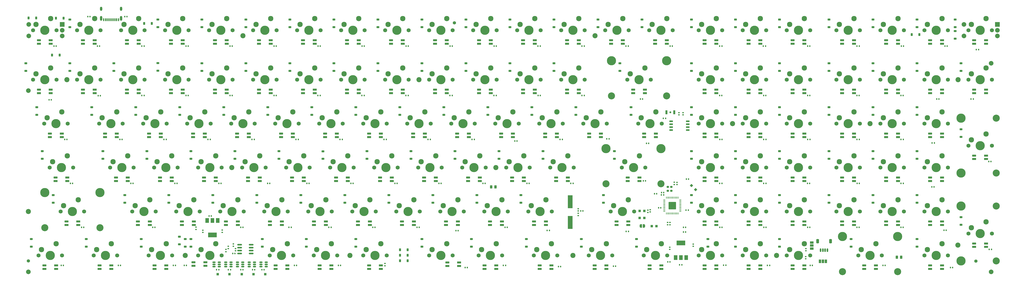
<source format=gbs>
%TF.GenerationSoftware,KiCad,Pcbnew,7.0.2*%
%TF.CreationDate,2023-05-18T15:06:11-05:00*%
%TF.ProjectId,Touch_Keyboard_10x12_Matrix,546f7563-685f-44b6-9579-626f6172645f,rev?*%
%TF.SameCoordinates,Original*%
%TF.FileFunction,Soldermask,Bot*%
%TF.FilePolarity,Negative*%
%FSLAX46Y46*%
G04 Gerber Fmt 4.6, Leading zero omitted, Abs format (unit mm)*
G04 Created by KiCad (PCBNEW 7.0.2) date 2023-05-18 15:06:11*
%MOMM*%
%LPD*%
G01*
G04 APERTURE LIST*
G04 Aperture macros list*
%AMRoundRect*
0 Rectangle with rounded corners*
0 $1 Rounding radius*
0 $2 $3 $4 $5 $6 $7 $8 $9 X,Y pos of 4 corners*
0 Add a 4 corners polygon primitive as box body*
4,1,4,$2,$3,$4,$5,$6,$7,$8,$9,$2,$3,0*
0 Add four circle primitives for the rounded corners*
1,1,$1+$1,$2,$3*
1,1,$1+$1,$4,$5*
1,1,$1+$1,$6,$7*
1,1,$1+$1,$8,$9*
0 Add four rect primitives between the rounded corners*
20,1,$1+$1,$2,$3,$4,$5,0*
20,1,$1+$1,$4,$5,$6,$7,0*
20,1,$1+$1,$6,$7,$8,$9,0*
20,1,$1+$1,$8,$9,$2,$3,0*%
%AMRotRect*
0 Rectangle, with rotation*
0 The origin of the aperture is its center*
0 $1 length*
0 $2 width*
0 $3 Rotation angle, in degrees counterclockwise*
0 Add horizontal line*
21,1,$1,$2,0,0,$3*%
%AMFreePoly0*
4,1,19,0.500000,-0.750000,0.000000,-0.750000,0.000000,-0.744911,-0.071157,-0.744911,-0.207708,-0.704816,-0.327430,-0.627875,-0.420627,-0.520320,-0.479746,-0.390866,-0.500000,-0.250000,-0.500000,0.250000,-0.479746,0.390866,-0.420627,0.520320,-0.327430,0.627875,-0.207708,0.704816,-0.071157,0.744911,0.000000,0.744911,0.000000,0.750000,0.500000,0.750000,0.500000,-0.750000,0.500000,-0.750000,
$1*%
%AMFreePoly1*
4,1,19,0.000000,0.744911,0.071157,0.744911,0.207708,0.704816,0.327430,0.627875,0.420627,0.520320,0.479746,0.390866,0.500000,0.250000,0.500000,-0.250000,0.479746,-0.390866,0.420627,-0.520320,0.327430,-0.627875,0.207708,-0.704816,0.071157,-0.744911,0.000000,-0.744911,0.000000,-0.750000,-0.500000,-0.750000,-0.500000,0.750000,0.000000,0.750000,0.000000,0.744911,0.000000,0.744911,
$1*%
G04 Aperture macros list end*
%ADD10FreePoly0,180.000000*%
%ADD11FreePoly1,180.000000*%
%ADD12R,2.100000X5.600000*%
%ADD13C,1.750000*%
%ADD14C,3.987800*%
%ADD15C,2.300000*%
%ADD16C,3.048000*%
%ADD17R,1.700000X0.820000*%
%ADD18RoundRect,0.205000X0.645000X0.205000X-0.645000X0.205000X-0.645000X-0.205000X0.645000X-0.205000X0*%
%ADD19R,1.000000X1.000000*%
%ADD20RoundRect,0.150000X0.650000X0.150000X-0.650000X0.150000X-0.650000X-0.150000X0.650000X-0.150000X0*%
%ADD21RoundRect,0.140000X0.140000X0.170000X-0.140000X0.170000X-0.140000X-0.170000X0.140000X-0.170000X0*%
%ADD22RoundRect,0.225000X-0.375000X0.225000X-0.375000X-0.225000X0.375000X-0.225000X0.375000X0.225000X0*%
%ADD23C,2.000000*%
%ADD24RoundRect,0.140000X0.170000X-0.140000X0.170000X0.140000X-0.170000X0.140000X-0.170000X-0.140000X0*%
%ADD25RoundRect,0.140000X-0.140000X-0.170000X0.140000X-0.170000X0.140000X0.170000X-0.140000X0.170000X0*%
%ADD26RoundRect,0.150000X0.512500X0.150000X-0.512500X0.150000X-0.512500X-0.150000X0.512500X-0.150000X0*%
%ADD27C,2.200000*%
%ADD28RoundRect,0.225000X0.225000X0.375000X-0.225000X0.375000X-0.225000X-0.375000X0.225000X-0.375000X0*%
%ADD29RoundRect,0.250000X0.262500X0.450000X-0.262500X0.450000X-0.262500X-0.450000X0.262500X-0.450000X0*%
%ADD30RoundRect,0.150000X0.825000X0.150000X-0.825000X0.150000X-0.825000X-0.150000X0.825000X-0.150000X0*%
%ADD31RoundRect,0.140000X-0.170000X0.140000X-0.170000X-0.140000X0.170000X-0.140000X0.170000X0.140000X0*%
%ADD32RoundRect,0.225000X-0.225000X-0.375000X0.225000X-0.375000X0.225000X0.375000X-0.225000X0.375000X0*%
%ADD33RotRect,1.000000X1.000000X225.000000*%
%ADD34R,1.000000X1.500000*%
%ADD35RoundRect,0.200000X-0.275000X0.200000X-0.275000X-0.200000X0.275000X-0.200000X0.275000X0.200000X0*%
%ADD36C,1.400000*%
%ADD37R,2.000000X2.000000*%
%ADD38RoundRect,0.050000X0.387500X0.050000X-0.387500X0.050000X-0.387500X-0.050000X0.387500X-0.050000X0*%
%ADD39RoundRect,0.050000X0.050000X0.387500X-0.050000X0.387500X-0.050000X-0.387500X0.050000X-0.387500X0*%
%ADD40RoundRect,0.144000X1.456000X1.456000X-1.456000X1.456000X-1.456000X-1.456000X1.456000X-1.456000X0*%
%ADD41R,1.500000X2.000000*%
%ADD42R,3.800000X2.000000*%
%ADD43C,0.800000*%
%ADD44R,0.900000X1.700000*%
%ADD45RoundRect,0.225000X0.375000X-0.225000X0.375000X0.225000X-0.375000X0.225000X-0.375000X-0.225000X0*%
%ADD46R,1.500000X1.000000*%
%ADD47RoundRect,0.200000X0.275000X-0.200000X0.275000X0.200000X-0.275000X0.200000X-0.275000X-0.200000X0*%
%ADD48RoundRect,0.150000X-0.150000X-0.625000X0.150000X-0.625000X0.150000X0.625000X-0.150000X0.625000X0*%
%ADD49RoundRect,0.250000X-0.350000X-0.650000X0.350000X-0.650000X0.350000X0.650000X-0.350000X0.650000X0*%
%ADD50R,0.600000X1.150000*%
%ADD51R,0.300000X1.150000*%
%ADD52O,1.000000X2.100000*%
%ADD53O,1.000000X1.800000*%
G04 APERTURE END LIST*
D10*
X358608150Y-131095750D03*
D11*
X357308150Y-131095750D03*
D12*
X326701150Y-129603350D03*
X326701150Y-120603350D03*
D13*
X175209200Y-124841000D03*
D14*
X180289200Y-124841000D03*
D13*
X185369200Y-124841000D03*
D15*
X176479200Y-122301000D03*
X182829200Y-119761000D03*
D13*
X265696700Y-67691000D03*
D14*
X270776700Y-67691000D03*
D13*
X275856700Y-67691000D03*
D15*
X266966700Y-65151000D03*
X273316700Y-62611000D03*
D13*
X401427950Y-124841000D03*
D14*
X406507950Y-124841000D03*
D13*
X411587950Y-124841000D03*
D15*
X402697950Y-122301000D03*
X409047950Y-119761000D03*
D13*
X299034200Y-105791000D03*
D14*
X304114200Y-105791000D03*
D13*
X309194200Y-105791000D03*
D15*
X300304200Y-103251000D03*
X306654200Y-100711000D03*
D13*
X334752950Y-143891000D03*
D14*
X339832950Y-143891000D03*
D13*
X344912950Y-143891000D03*
D15*
X336022950Y-141351000D03*
X342372950Y-138811000D03*
D13*
X401427950Y-86741000D03*
D14*
X406507950Y-86741000D03*
D13*
X411587950Y-86741000D03*
D15*
X402697950Y-84201000D03*
X409047950Y-81661000D03*
D13*
X141871700Y-86741000D03*
D14*
X146951700Y-86741000D03*
D13*
X152031700Y-86741000D03*
D15*
X143141700Y-84201000D03*
X149491700Y-81661000D03*
D13*
X196640450Y-143891000D03*
D14*
X201720450Y-143891000D03*
D13*
X206800450Y-143891000D03*
D15*
X197910450Y-141351000D03*
X204260450Y-138811000D03*
D13*
X96627950Y-143891000D03*
D14*
X101707950Y-143891000D03*
D13*
X106787950Y-143891000D03*
D15*
X97897950Y-141351000D03*
X104247950Y-138811000D03*
D13*
X151396700Y-67691000D03*
D14*
X156476700Y-67691000D03*
D13*
X161556700Y-67691000D03*
D15*
X152666700Y-65151000D03*
X159016700Y-62611000D03*
D13*
X322846700Y-46259750D03*
D14*
X327926700Y-46259750D03*
D13*
X333006700Y-46259750D03*
D15*
X324116700Y-43719750D03*
X330466700Y-41179750D03*
D13*
X260934200Y-105791000D03*
D14*
X266014200Y-105791000D03*
D13*
X271094200Y-105791000D03*
D15*
X262204200Y-103251000D03*
X268554200Y-100711000D03*
D13*
X401427950Y-67691000D03*
D14*
X406507950Y-67691000D03*
D13*
X411587950Y-67691000D03*
D15*
X402697950Y-65151000D03*
X409047950Y-62611000D03*
D13*
X113296700Y-67691000D03*
D14*
X118376700Y-67691000D03*
D13*
X123456700Y-67691000D03*
D15*
X114566700Y-65151000D03*
X120916700Y-62611000D03*
D13*
X284746700Y-46259750D03*
D14*
X289826700Y-46259750D03*
D13*
X294906700Y-46259750D03*
D15*
X286016700Y-43719750D03*
X292366700Y-41179750D03*
D13*
X275221700Y-86741000D03*
D14*
X280301700Y-86741000D03*
D13*
X285381700Y-86741000D03*
D15*
X276491700Y-84201000D03*
X282841700Y-81661000D03*
D13*
X420477950Y-143891000D03*
D14*
X425557950Y-143891000D03*
D13*
X430637950Y-143891000D03*
D15*
X421747950Y-141351000D03*
X428097950Y-138811000D03*
D13*
X132346700Y-46259750D03*
D14*
X137426700Y-46259750D03*
D13*
X142506700Y-46259750D03*
D15*
X133616700Y-43719750D03*
X139966700Y-41179750D03*
D13*
X420477950Y-46259750D03*
D14*
X425557950Y-46259750D03*
D13*
X430637950Y-46259750D03*
D15*
X421747950Y-43719750D03*
X428097950Y-41179750D03*
D13*
X401427950Y-105791000D03*
D14*
X406507950Y-105791000D03*
D13*
X411587950Y-105791000D03*
D15*
X402697950Y-103251000D03*
X409047950Y-100711000D03*
D13*
X480009200Y-67691000D03*
D14*
X485089200Y-67691000D03*
D13*
X490169200Y-67691000D03*
D15*
X481279200Y-65151000D03*
X487629200Y-62611000D03*
D13*
X146634200Y-105791000D03*
D14*
X151714200Y-105791000D03*
D13*
X156794200Y-105791000D03*
D15*
X147904200Y-103251000D03*
X154254200Y-100711000D03*
D13*
X499059200Y-96266000D03*
D14*
X504139200Y-96266000D03*
D13*
X509219200Y-96266000D03*
D15*
X500329200Y-93726000D03*
X506679200Y-91186000D03*
D13*
X113296700Y-46259750D03*
D14*
X118376700Y-46259750D03*
D13*
X123456700Y-46259750D03*
D15*
X114566700Y-43719750D03*
X120916700Y-41179750D03*
D16*
X366026700Y-112776000D03*
D14*
X366026700Y-97536000D03*
D16*
X342214200Y-112776000D03*
D14*
X342214200Y-97536000D03*
D13*
X241884200Y-105791000D03*
D14*
X246964200Y-105791000D03*
D13*
X252044200Y-105791000D03*
D15*
X243154200Y-103251000D03*
X249504200Y-100711000D03*
D13*
X194259200Y-124841000D03*
D14*
X199339200Y-124841000D03*
D13*
X204419200Y-124841000D03*
D15*
X195529200Y-122301000D03*
X201879200Y-119761000D03*
D13*
X341896700Y-46259750D03*
D14*
X346976700Y-46259750D03*
D13*
X352056700Y-46259750D03*
D15*
X343166700Y-43719750D03*
X349516700Y-41179750D03*
D13*
X294271700Y-86741000D03*
D14*
X299351700Y-86741000D03*
D13*
X304431700Y-86741000D03*
D15*
X295541700Y-84201000D03*
X301891700Y-81661000D03*
D13*
X227596700Y-46259750D03*
D14*
X232676700Y-46259750D03*
D13*
X237756700Y-46259750D03*
D15*
X228866700Y-43719750D03*
X235216700Y-41179750D03*
D16*
X123139200Y-131826000D03*
D14*
X123139200Y-116586000D03*
D16*
X99326700Y-131826000D03*
D14*
X99326700Y-116586000D03*
D13*
X382377950Y-46259750D03*
D14*
X387457950Y-46259750D03*
D13*
X392537950Y-46259750D03*
D15*
X383647950Y-43719750D03*
X389997950Y-41179750D03*
D13*
X356184200Y-86741000D03*
D14*
X361264200Y-86741000D03*
D13*
X366344200Y-86741000D03*
D15*
X357454200Y-84201000D03*
X363804200Y-81661000D03*
D13*
X222834200Y-105791000D03*
D14*
X227914200Y-105791000D03*
D13*
X232994200Y-105791000D03*
D15*
X224104200Y-103251000D03*
X230454200Y-100711000D03*
D13*
X165684200Y-105791000D03*
D14*
X170764200Y-105791000D03*
D13*
X175844200Y-105791000D03*
D15*
X166954200Y-103251000D03*
X173304200Y-100711000D03*
D13*
X480009200Y-86741000D03*
D14*
X485089200Y-86741000D03*
D13*
X490169200Y-86741000D03*
D15*
X481279200Y-84201000D03*
X487629200Y-81661000D03*
D13*
X382377950Y-67691000D03*
D14*
X387457950Y-67691000D03*
D13*
X392537950Y-67691000D03*
D15*
X383647950Y-65151000D03*
X389997950Y-62611000D03*
D13*
X382377950Y-143891000D03*
D14*
X387457950Y-143891000D03*
D13*
X392537950Y-143891000D03*
D15*
X383647950Y-141351000D03*
X389997950Y-138811000D03*
D13*
X480009200Y-143891000D03*
D14*
X485089200Y-143891000D03*
D13*
X490169200Y-143891000D03*
D15*
X481279200Y-141351000D03*
X487629200Y-138811000D03*
D13*
X382377950Y-105791000D03*
D14*
X387457950Y-105791000D03*
D13*
X392537950Y-105791000D03*
D15*
X383647950Y-103251000D03*
X389997950Y-100711000D03*
D13*
X480009200Y-124841000D03*
D14*
X485089200Y-124841000D03*
D13*
X490169200Y-124841000D03*
D15*
X481279200Y-122301000D03*
X487629200Y-119761000D03*
D16*
X368420650Y-74676000D03*
D14*
X368420650Y-59436000D03*
D16*
X344608150Y-74676000D03*
D14*
X344608150Y-59436000D03*
D13*
X360946700Y-46259750D03*
D14*
X366026700Y-46259750D03*
D13*
X371106700Y-46259750D03*
D15*
X362216700Y-43719750D03*
X368566700Y-41179750D03*
D13*
X122821700Y-86741000D03*
D14*
X127901700Y-86741000D03*
D13*
X132981700Y-86741000D03*
D15*
X124091700Y-84201000D03*
X130441700Y-81661000D03*
D13*
X170446700Y-67691000D03*
D14*
X175526700Y-67691000D03*
D13*
X180606700Y-67691000D03*
D15*
X171716700Y-65151000D03*
X178066700Y-62611000D03*
D13*
X382377950Y-124841000D03*
D14*
X387457950Y-124841000D03*
D13*
X392537950Y-124841000D03*
D15*
X383647950Y-122301000D03*
X389997950Y-119761000D03*
D13*
X318084200Y-105791000D03*
D14*
X323164200Y-105791000D03*
D13*
X328244200Y-105791000D03*
D15*
X319354200Y-103251000D03*
X325704200Y-100711000D03*
D13*
X322846700Y-67691000D03*
D14*
X327926700Y-67691000D03*
D13*
X333006700Y-67691000D03*
D15*
X324116700Y-65151000D03*
X330466700Y-62611000D03*
D13*
X460959200Y-86741000D03*
D14*
X466039200Y-86741000D03*
D13*
X471119200Y-86741000D03*
D15*
X462229200Y-84201000D03*
X468579200Y-81661000D03*
D13*
X441909200Y-67691000D03*
D14*
X446989200Y-67691000D03*
D13*
X452069200Y-67691000D03*
D15*
X443179200Y-65151000D03*
X449529200Y-62611000D03*
D13*
X218071700Y-86741000D03*
D14*
X223151700Y-86741000D03*
D13*
X228231700Y-86741000D03*
D15*
X219341700Y-84201000D03*
X225691700Y-81661000D03*
D13*
X310940450Y-143891000D03*
D14*
X316020450Y-143891000D03*
D13*
X321100450Y-143891000D03*
D15*
X312210450Y-141351000D03*
X318560450Y-138811000D03*
D13*
X289509200Y-124841000D03*
D14*
X294589200Y-124841000D03*
D13*
X299669200Y-124841000D03*
D15*
X290779200Y-122301000D03*
X297129200Y-119761000D03*
D13*
X170446700Y-46259750D03*
D14*
X175526700Y-46259750D03*
D13*
X180606700Y-46259750D03*
D15*
X171716700Y-43719750D03*
X178066700Y-41179750D03*
D16*
X511124200Y-122459750D03*
D14*
X495884200Y-122459750D03*
D16*
X511124200Y-146272250D03*
D14*
X495884200Y-146272250D03*
D13*
X199021700Y-86741000D03*
D14*
X204101700Y-86741000D03*
D13*
X209181700Y-86741000D03*
D15*
X200291700Y-84201000D03*
X206641700Y-81661000D03*
D13*
X232359200Y-124841000D03*
D14*
X237439200Y-124841000D03*
D13*
X242519200Y-124841000D03*
D15*
X233629200Y-122301000D03*
X239979200Y-119761000D03*
D16*
X511124200Y-84359750D03*
D14*
X495884200Y-84359750D03*
D16*
X511124200Y-108172250D03*
D14*
X495884200Y-108172250D03*
D13*
X308559200Y-124841000D03*
D14*
X313639200Y-124841000D03*
D13*
X318719200Y-124841000D03*
D15*
X309829200Y-122301000D03*
X316179200Y-119761000D03*
D13*
X401427950Y-46259750D03*
D14*
X406507950Y-46259750D03*
D13*
X411587950Y-46259750D03*
D15*
X402697950Y-43719750D03*
X409047950Y-41179750D03*
D13*
X215690450Y-143891000D03*
D14*
X220770450Y-143891000D03*
D13*
X225850450Y-143891000D03*
D15*
X216960450Y-141351000D03*
X223310450Y-138811000D03*
D13*
X344277950Y-124841000D03*
D14*
X349357950Y-124841000D03*
D13*
X354437950Y-124841000D03*
D15*
X345547950Y-122301000D03*
X351897950Y-119761000D03*
D13*
X499059200Y-46259750D03*
D14*
X504139200Y-46259750D03*
D13*
X509219200Y-46259750D03*
D15*
X500329200Y-43719750D03*
X506679200Y-41179750D03*
D16*
X468420450Y-150876000D03*
D14*
X468420450Y-135636000D03*
D16*
X444607950Y-150876000D03*
D14*
X444607950Y-135636000D03*
D13*
X441909200Y-124841000D03*
D14*
X446989200Y-124841000D03*
D13*
X452069200Y-124841000D03*
D15*
X443179200Y-122301000D03*
X449529200Y-119761000D03*
D13*
X160921700Y-86741000D03*
D14*
X166001700Y-86741000D03*
D13*
X171081700Y-86741000D03*
D15*
X162191700Y-84201000D03*
X168541700Y-81661000D03*
D13*
X144252950Y-143891000D03*
D14*
X149332950Y-143891000D03*
D13*
X154412950Y-143891000D03*
D15*
X145522950Y-141351000D03*
X151872950Y-138811000D03*
D13*
X213309200Y-124841000D03*
D14*
X218389200Y-124841000D03*
D13*
X223469200Y-124841000D03*
D15*
X214579200Y-122301000D03*
X220929200Y-119761000D03*
D13*
X165684200Y-143891000D03*
D14*
X170764200Y-143891000D03*
D13*
X175844200Y-143891000D03*
D15*
X166954200Y-141351000D03*
X173304200Y-138811000D03*
D13*
X251409200Y-124841000D03*
D14*
X256489200Y-124841000D03*
D13*
X261569200Y-124841000D03*
D15*
X252679200Y-122301000D03*
X259029200Y-119761000D03*
D13*
X189496700Y-46259750D03*
D14*
X194576700Y-46259750D03*
D13*
X199656700Y-46259750D03*
D15*
X190766700Y-43719750D03*
X197116700Y-41179750D03*
D13*
X441909200Y-86741000D03*
D14*
X446989200Y-86741000D03*
D13*
X452069200Y-86741000D03*
D15*
X443179200Y-84201000D03*
X449529200Y-81661000D03*
D13*
X420477950Y-86741000D03*
D14*
X425557950Y-86741000D03*
D13*
X430637950Y-86741000D03*
D15*
X421747950Y-84201000D03*
X428097950Y-81661000D03*
D13*
X179971700Y-86741000D03*
D14*
X185051700Y-86741000D03*
D13*
X190131700Y-86741000D03*
D15*
X181241700Y-84201000D03*
X187591700Y-81661000D03*
D13*
X237121700Y-143891000D03*
D14*
X242201700Y-143891000D03*
D13*
X247281700Y-143891000D03*
D15*
X238391700Y-141351000D03*
X244741700Y-138811000D03*
D13*
X246646700Y-46259750D03*
D14*
X251726700Y-46259750D03*
D13*
X256806700Y-46259750D03*
D15*
X247916700Y-43719750D03*
X254266700Y-41179750D03*
D13*
X420477950Y-124841000D03*
D14*
X425557950Y-124841000D03*
D13*
X430637950Y-124841000D03*
D15*
X421747950Y-122301000D03*
X428097950Y-119761000D03*
D13*
X203784200Y-105791000D03*
D14*
X208864200Y-105791000D03*
D13*
X213944200Y-105791000D03*
D15*
X205054200Y-103251000D03*
X211404200Y-100711000D03*
D13*
X151396700Y-46259750D03*
D14*
X156476700Y-46259750D03*
D13*
X161556700Y-46259750D03*
D15*
X152666700Y-43719750D03*
X159016700Y-41179750D03*
D13*
X265696700Y-46259750D03*
D14*
X270776700Y-46259750D03*
D13*
X275856700Y-46259750D03*
D15*
X266966700Y-43719750D03*
X273316700Y-41179750D03*
D13*
X499059200Y-134366000D03*
D14*
X504139200Y-134366000D03*
D13*
X509219200Y-134366000D03*
D15*
X500329200Y-131826000D03*
X506679200Y-129286000D03*
D13*
X132346700Y-67691000D03*
D14*
X137426700Y-67691000D03*
D13*
X142506700Y-67691000D03*
D15*
X133616700Y-65151000D03*
X139966700Y-62611000D03*
D13*
X208546700Y-67691000D03*
D14*
X213626700Y-67691000D03*
D13*
X218706700Y-67691000D03*
D15*
X209816700Y-65151000D03*
X216166700Y-62611000D03*
D13*
X287127950Y-143891000D03*
D14*
X292207950Y-143891000D03*
D13*
X297287950Y-143891000D03*
D15*
X288397950Y-141351000D03*
X294747950Y-138811000D03*
D13*
X94240350Y-46259750D03*
D14*
X99320350Y-46259750D03*
D13*
X104400350Y-46259750D03*
D15*
X95510350Y-43719750D03*
X101860350Y-41179750D03*
D13*
X106152950Y-124841000D03*
D14*
X111232950Y-124841000D03*
D13*
X116312950Y-124841000D03*
D15*
X107422950Y-122301000D03*
X113772950Y-119761000D03*
D13*
X94246700Y-67691000D03*
D14*
X99326700Y-67691000D03*
D13*
X104406700Y-67691000D03*
D15*
X95516700Y-65151000D03*
X101866700Y-62611000D03*
D13*
X120440450Y-143891000D03*
D14*
X125520450Y-143891000D03*
D13*
X130600450Y-143891000D03*
D15*
X121710450Y-141351000D03*
X128060450Y-138811000D03*
D13*
X303796700Y-67691000D03*
D14*
X308876700Y-67691000D03*
D13*
X313956700Y-67691000D03*
D15*
X305066700Y-65151000D03*
X311416700Y-62611000D03*
D13*
X451434200Y-143891000D03*
D14*
X456514200Y-143891000D03*
D13*
X461594200Y-143891000D03*
D15*
X452704200Y-141351000D03*
X459054200Y-138811000D03*
D13*
X284746700Y-67691000D03*
D14*
X289826700Y-67691000D03*
D13*
X294906700Y-67691000D03*
D15*
X286016700Y-65151000D03*
X292366700Y-62611000D03*
D13*
X460959200Y-124841000D03*
D14*
X466039200Y-124841000D03*
D13*
X471119200Y-124841000D03*
D15*
X462229200Y-122301000D03*
X468579200Y-119761000D03*
D13*
X246646700Y-67691000D03*
D14*
X251726700Y-67691000D03*
D13*
X256806700Y-67691000D03*
D15*
X247916700Y-65151000D03*
X254266700Y-62611000D03*
D13*
X189496700Y-67691000D03*
D14*
X194576700Y-67691000D03*
D13*
X199656700Y-67691000D03*
D15*
X190766700Y-65151000D03*
X197116700Y-62611000D03*
D13*
X99009200Y-86741000D03*
D14*
X104089200Y-86741000D03*
D13*
X109169200Y-86741000D03*
D15*
X100279200Y-84201000D03*
X106629200Y-81661000D03*
D13*
X460959200Y-105791000D03*
D14*
X466039200Y-105791000D03*
D13*
X471119200Y-105791000D03*
D15*
X462229200Y-103251000D03*
X468579200Y-100711000D03*
D13*
X460959200Y-46259750D03*
D14*
X466039200Y-46259750D03*
D13*
X471119200Y-46259750D03*
D15*
X462229200Y-43719750D03*
X468579200Y-41179750D03*
D13*
X420477950Y-67691000D03*
D14*
X425557950Y-67691000D03*
D13*
X430637950Y-67691000D03*
D15*
X421747950Y-65151000D03*
X428097950Y-62611000D03*
D13*
X460959200Y-67691000D03*
D14*
X466039200Y-67691000D03*
D13*
X471119200Y-67691000D03*
D15*
X462229200Y-65151000D03*
X468579200Y-62611000D03*
D13*
X137109200Y-124841000D03*
D14*
X142189200Y-124841000D03*
D13*
X147269200Y-124841000D03*
D15*
X138379200Y-122301000D03*
X144729200Y-119761000D03*
D13*
X279984200Y-105791000D03*
D14*
X285064200Y-105791000D03*
D13*
X290144200Y-105791000D03*
D15*
X281254200Y-103251000D03*
X287604200Y-100711000D03*
D13*
X208546700Y-46259750D03*
D14*
X213626700Y-46259750D03*
D13*
X218706700Y-46259750D03*
D15*
X209816700Y-43719750D03*
X216166700Y-41179750D03*
D13*
X101390450Y-105791000D03*
D14*
X106470450Y-105791000D03*
D13*
X111550450Y-105791000D03*
D15*
X102660450Y-103251000D03*
X109010450Y-100711000D03*
D13*
X480009200Y-46259750D03*
D14*
X485089200Y-46259750D03*
D13*
X490169200Y-46259750D03*
D15*
X481279200Y-43719750D03*
X487629200Y-41179750D03*
D13*
X332371700Y-86741000D03*
D14*
X337451700Y-86741000D03*
D13*
X342531700Y-86741000D03*
D15*
X333641700Y-84201000D03*
X339991700Y-81661000D03*
D13*
X499059200Y-67691000D03*
D14*
X504139200Y-67691000D03*
D13*
X509219200Y-67691000D03*
D15*
X500329200Y-65151000D03*
X506679200Y-62611000D03*
D13*
X401427950Y-143891000D03*
D14*
X406507950Y-143891000D03*
D13*
X411587950Y-143891000D03*
D15*
X402697950Y-141351000D03*
X409047950Y-138811000D03*
D13*
X127584200Y-105791000D03*
D14*
X132664200Y-105791000D03*
D13*
X137744200Y-105791000D03*
D15*
X128854200Y-103251000D03*
X135204200Y-100711000D03*
D13*
X237121700Y-86741000D03*
D14*
X242201700Y-86741000D03*
D13*
X247281700Y-86741000D03*
D15*
X238391700Y-84201000D03*
X244741700Y-81661000D03*
D13*
X480009200Y-105791000D03*
D14*
X485089200Y-105791000D03*
D13*
X490169200Y-105791000D03*
D15*
X481279200Y-103251000D03*
X487629200Y-100711000D03*
D13*
X441909200Y-46259750D03*
D14*
X446989200Y-46259750D03*
D13*
X452069200Y-46259750D03*
D15*
X443179200Y-43719750D03*
X449529200Y-41179750D03*
D13*
X265696700Y-143891000D03*
D14*
X270776700Y-143891000D03*
D13*
X275856700Y-143891000D03*
D15*
X266966700Y-141351000D03*
X273316700Y-138811000D03*
D13*
X351421700Y-67691000D03*
D14*
X356501700Y-67691000D03*
D13*
X361581700Y-67691000D03*
D15*
X352691700Y-65151000D03*
X359041700Y-62611000D03*
D13*
X256171700Y-86741000D03*
D14*
X261251700Y-86741000D03*
D13*
X266331700Y-86741000D03*
D15*
X257441700Y-84201000D03*
X263791700Y-81661000D03*
D13*
X303796700Y-46259750D03*
D14*
X308876700Y-46259750D03*
D13*
X313956700Y-46259750D03*
D15*
X305066700Y-43719750D03*
X311416700Y-41179750D03*
D13*
X156159200Y-124841000D03*
D14*
X161239200Y-124841000D03*
D13*
X166319200Y-124841000D03*
D15*
X157429200Y-122301000D03*
X163779200Y-119761000D03*
D13*
X349040450Y-105791000D03*
D14*
X354120450Y-105791000D03*
D13*
X359200450Y-105791000D03*
D15*
X350310450Y-103251000D03*
X356660450Y-100711000D03*
D13*
X227596700Y-67691000D03*
D14*
X232676700Y-67691000D03*
D13*
X237756700Y-67691000D03*
D15*
X228866700Y-65151000D03*
X235216700Y-62611000D03*
D13*
X420477950Y-105791000D03*
D14*
X425557950Y-105791000D03*
D13*
X430637950Y-105791000D03*
D15*
X421747950Y-103251000D03*
X428097950Y-100711000D03*
D13*
X441909200Y-105791000D03*
D14*
X446989200Y-105791000D03*
D13*
X452069200Y-105791000D03*
D15*
X443179200Y-103251000D03*
X449529200Y-100711000D03*
D13*
X184734200Y-105791000D03*
D14*
X189814200Y-105791000D03*
D13*
X194894200Y-105791000D03*
D15*
X186004200Y-103251000D03*
X192354200Y-100711000D03*
D13*
X270459200Y-124841000D03*
D14*
X275539200Y-124841000D03*
D13*
X280619200Y-124841000D03*
D15*
X271729200Y-122301000D03*
X278079200Y-119761000D03*
D13*
X313321700Y-86741000D03*
D14*
X318401700Y-86741000D03*
D13*
X323481700Y-86741000D03*
D15*
X314591700Y-84201000D03*
X320941700Y-81661000D03*
D13*
X382377950Y-86741000D03*
D14*
X387457950Y-86741000D03*
D13*
X392537950Y-86741000D03*
D15*
X383647950Y-84201000D03*
X389997950Y-81661000D03*
D13*
X358565450Y-143891000D03*
D14*
X363645450Y-143891000D03*
D13*
X368725450Y-143891000D03*
D15*
X359835450Y-141351000D03*
X366185450Y-138811000D03*
D17*
X216176700Y-52089750D03*
X216176700Y-50589750D03*
D18*
X211076700Y-50589750D03*
D17*
X211076700Y-52089750D03*
D19*
X179248650Y-151989750D03*
D20*
X377595950Y-85756750D03*
X377595950Y-87026750D03*
X377595950Y-88296750D03*
X377595950Y-89566750D03*
X370395950Y-89566750D03*
X370395950Y-88296750D03*
X370395950Y-87026750D03*
X370395950Y-85756750D03*
D21*
X451790950Y-131730750D03*
X450830950Y-131730750D03*
X332791950Y-53117750D03*
X331831950Y-53117750D03*
D22*
X438734200Y-60579000D03*
X438734200Y-63879000D03*
D23*
X92163900Y-151034750D03*
D21*
X430454950Y-53117750D03*
X429494950Y-53117750D03*
D22*
X417322000Y-41612550D03*
X417322000Y-44912550D03*
D24*
X372929150Y-113193750D03*
X372929150Y-112233750D03*
D17*
X428107950Y-73521000D03*
X428107950Y-72021000D03*
D18*
X423007950Y-72021000D03*
D17*
X423007950Y-73521000D03*
D22*
X291096700Y-79629000D03*
X291096700Y-82929000D03*
D17*
X311426700Y-52089750D03*
X311426700Y-50589750D03*
D18*
X306326700Y-50589750D03*
D17*
X306326700Y-52089750D03*
D22*
X193465450Y-136779000D03*
X193465450Y-140079000D03*
D25*
X189210650Y-150084750D03*
X190170650Y-150084750D03*
D17*
X197126700Y-73521000D03*
X197126700Y-72021000D03*
D18*
X192026700Y-72021000D03*
D17*
X192026700Y-73521000D03*
D22*
X305384200Y-117729000D03*
X305384200Y-121029000D03*
D26*
X184958150Y-146848750D03*
X184958150Y-147798750D03*
X184958150Y-148748750D03*
X182683150Y-148748750D03*
X182683150Y-147798750D03*
X182683150Y-146848750D03*
D17*
X201889200Y-130671000D03*
X201889200Y-129171000D03*
D18*
X196789200Y-129171000D03*
D17*
X196789200Y-130671000D03*
D21*
X237569950Y-53117750D03*
X236609950Y-53117750D03*
D17*
X366195450Y-149721000D03*
X366195450Y-148221000D03*
D18*
X361095450Y-148221000D03*
D17*
X361095450Y-149721000D03*
X390007950Y-149721000D03*
X390007950Y-148221000D03*
D18*
X384907950Y-148221000D03*
D17*
X384907950Y-149721000D03*
D22*
X379202950Y-60581000D03*
X379202950Y-63881000D03*
D27*
X337432650Y-48641000D03*
D17*
X506689200Y-140196000D03*
X506689200Y-138696000D03*
D18*
X501589200Y-138696000D03*
D17*
X501589200Y-140196000D03*
D28*
X107421950Y-41027350D03*
X104121950Y-41027350D03*
D17*
X135214200Y-111621000D03*
X135214200Y-110121000D03*
D18*
X130114200Y-110121000D03*
D17*
X130114200Y-111621000D03*
D25*
X178740650Y-150084750D03*
X179700650Y-150084750D03*
D17*
X368576700Y-52089750D03*
X368576700Y-50589750D03*
D18*
X363476700Y-50589750D03*
D17*
X363476700Y-52089750D03*
X301901700Y-92571000D03*
X301901700Y-91071000D03*
D18*
X296801700Y-91071000D03*
D17*
X296801700Y-92571000D03*
D22*
X148240750Y-41612550D03*
X148240750Y-44912550D03*
D21*
X227361750Y-148189950D03*
X226401750Y-148189950D03*
D22*
X300640750Y-41612550D03*
X300640750Y-44912550D03*
D19*
X362007150Y-131222750D03*
D23*
X92163900Y-72453500D03*
D17*
X204270450Y-149721000D03*
X204270450Y-148221000D03*
D18*
X199170450Y-148221000D03*
D17*
X199170450Y-149721000D03*
D22*
X214896700Y-79629000D03*
X214896700Y-82929000D03*
D17*
X297139200Y-130671000D03*
X297139200Y-129171000D03*
D18*
X292039200Y-129171000D03*
D17*
X292039200Y-130671000D03*
X468589200Y-92571000D03*
X468589200Y-91071000D03*
D18*
X463489200Y-91071000D03*
D17*
X463489200Y-92571000D03*
D21*
X392410950Y-131730750D03*
X391450950Y-131730750D03*
D22*
X224421700Y-60579000D03*
X224421700Y-63879000D03*
D29*
X294339650Y-114204750D03*
X292514650Y-114204750D03*
D25*
X375751150Y-131730750D03*
X376711150Y-131730750D03*
D17*
X356670450Y-111621000D03*
X356670450Y-110121000D03*
D18*
X351570450Y-110121000D03*
D17*
X351570450Y-111621000D03*
D26*
X174798150Y-146848750D03*
X174798150Y-147798750D03*
X174798150Y-148748750D03*
X172523150Y-148748750D03*
X172523150Y-147798750D03*
X172523150Y-146848750D03*
D21*
X430355950Y-112680750D03*
X429395950Y-112680750D03*
X161369950Y-53117750D03*
X160409950Y-53117750D03*
D22*
X398252950Y-136779000D03*
X398252950Y-140079000D03*
D17*
X230464200Y-111621000D03*
X230464200Y-110121000D03*
D18*
X225364200Y-110121000D03*
D17*
X225364200Y-111621000D03*
X168551700Y-92571000D03*
X168551700Y-91071000D03*
D18*
X163451700Y-91071000D03*
D17*
X163451700Y-92571000D03*
X206651700Y-92571000D03*
X206651700Y-91071000D03*
D18*
X201551700Y-91071000D03*
D17*
X201551700Y-92571000D03*
D22*
X148221700Y-60522000D03*
X148221700Y-63822000D03*
D21*
X392382950Y-112680750D03*
X391422950Y-112680750D03*
D17*
X159026700Y-52089750D03*
X159026700Y-50589750D03*
D18*
X153926700Y-50589750D03*
D17*
X153926700Y-52089750D03*
D22*
X262521700Y-136779000D03*
X262521700Y-140079000D03*
D17*
X187601700Y-92571000D03*
X187601700Y-91071000D03*
D18*
X182501700Y-91071000D03*
D17*
X182501700Y-92571000D03*
X197126700Y-52089750D03*
X197126700Y-50589750D03*
D18*
X192026700Y-50589750D03*
D17*
X192026700Y-52089750D03*
X139976700Y-73521000D03*
X139976700Y-72021000D03*
D18*
X134876700Y-72021000D03*
D17*
X134876700Y-73521000D03*
D30*
X188613650Y-139251750D03*
X188613650Y-140521750D03*
X188613650Y-141791750D03*
X188613650Y-143061750D03*
X183663650Y-143061750D03*
X183663650Y-141791750D03*
X183663650Y-140521750D03*
X183663650Y-139251750D03*
D23*
X508882650Y-60547250D03*
D22*
X229184200Y-117729000D03*
X229184200Y-121029000D03*
D31*
X428732950Y-140930150D03*
X428732950Y-141890150D03*
D22*
X93452950Y-136779000D03*
X93452950Y-140079000D03*
D21*
X470840950Y-131730750D03*
X469880950Y-131730750D03*
D17*
X449539200Y-92571000D03*
X449539200Y-91071000D03*
D18*
X444439200Y-91071000D03*
D17*
X444439200Y-92571000D03*
D22*
X398272000Y-41612550D03*
X398272000Y-44912550D03*
X141077950Y-136779000D03*
X141077950Y-140079000D03*
X172034200Y-117729000D03*
X172034200Y-121029000D03*
D27*
X494569750Y-139426950D03*
D32*
X474555550Y-48088550D03*
X477855550Y-48088550D03*
D17*
X273326700Y-73521000D03*
X273326700Y-72021000D03*
D18*
X268226700Y-72021000D03*
D17*
X268226700Y-73521000D03*
D22*
X262540750Y-41593550D03*
X262540750Y-44893550D03*
D19*
X184582650Y-151989750D03*
D22*
X495884200Y-89154000D03*
X495884200Y-92454000D03*
X476834200Y-79617000D03*
X476834200Y-82917000D03*
D28*
X256342150Y-143795750D03*
X253042150Y-143795750D03*
D22*
X348246700Y-60579000D03*
X348246700Y-63879000D03*
D17*
X459064200Y-149721000D03*
X459064200Y-148221000D03*
D18*
X453964200Y-148221000D03*
D17*
X453964200Y-149721000D03*
D21*
X196675950Y-112680750D03*
X195715950Y-112680750D03*
D33*
X380980950Y-115347750D03*
D21*
X156543950Y-112680750D03*
X155583950Y-112680750D03*
D17*
X294757950Y-149721000D03*
X294757950Y-148221000D03*
D18*
X289657950Y-148221000D03*
D17*
X289657950Y-149721000D03*
X113782950Y-130671000D03*
X113782950Y-129171000D03*
D18*
X108682950Y-129171000D03*
D17*
X108682950Y-130671000D03*
X220939200Y-130671000D03*
X220939200Y-129171000D03*
D18*
X215839200Y-129171000D03*
D17*
X215839200Y-130671000D03*
D27*
X294570150Y-105791000D03*
D19*
X356800150Y-127666750D03*
D22*
X495884200Y-127254000D03*
X495884200Y-130554000D03*
D31*
X178710650Y-139942750D03*
X178710650Y-140902750D03*
D21*
X108890950Y-93630750D03*
X107930950Y-93630750D03*
D17*
X263801700Y-92571000D03*
X263801700Y-91071000D03*
D18*
X258701700Y-91071000D03*
D17*
X258701700Y-92571000D03*
D22*
X438753250Y-41612550D03*
X438753250Y-44912550D03*
D21*
X411460950Y-131730750D03*
X410500950Y-131730750D03*
D25*
X375751150Y-133762750D03*
X376711150Y-133762750D03*
D21*
X142291950Y-53117750D03*
X141331950Y-53117750D03*
D27*
X456495150Y-86741000D03*
D17*
X182839200Y-130671000D03*
X182839200Y-129171000D03*
D18*
X177739200Y-129171000D03*
D17*
X177739200Y-130671000D03*
D21*
X228044950Y-93630750D03*
X227084950Y-93630750D03*
D22*
X152984200Y-117729000D03*
X152984200Y-121029000D03*
X129171700Y-60579000D03*
X129171700Y-63879000D03*
D21*
X508841950Y-103155750D03*
X507881950Y-103155750D03*
D17*
X468589200Y-130671000D03*
X468589200Y-129171000D03*
D18*
X463489200Y-129171000D03*
D17*
X463489200Y-130671000D03*
D22*
X210134200Y-117729000D03*
X210134200Y-121029000D03*
D34*
X434798950Y-146462750D03*
X436098950Y-146462750D03*
X437398950Y-146462750D03*
D22*
X286334200Y-117729000D03*
X286334200Y-121029000D03*
D21*
X170894950Y-93630750D03*
X169934950Y-93630750D03*
X107341550Y-148210900D03*
X106381550Y-148210900D03*
D25*
X350958150Y-133432550D03*
X351918150Y-133432550D03*
D21*
X111331950Y-112680750D03*
X110371950Y-112680750D03*
X332210350Y-124618750D03*
X331250350Y-124618750D03*
X289893950Y-112680750D03*
X288933950Y-112680750D03*
X411432950Y-112680750D03*
X410472950Y-112680750D03*
D17*
X390007950Y-111621000D03*
X390007950Y-110121000D03*
D18*
X384907950Y-110121000D03*
D17*
X384907950Y-111621000D03*
D26*
X190038150Y-146848750D03*
X190038150Y-147798750D03*
X190038150Y-148748750D03*
X187763150Y-148748750D03*
X187763150Y-147798750D03*
X187763150Y-146848750D03*
D17*
X316189200Y-130671000D03*
X316189200Y-129171000D03*
D18*
X311089200Y-129171000D03*
D17*
X311089200Y-130671000D03*
X168783950Y-148343750D03*
X168783950Y-146843750D03*
D18*
X163683950Y-146843750D03*
D17*
X163683950Y-148343750D03*
D22*
X398252950Y-79629000D03*
X398252950Y-82929000D03*
D21*
X430454950Y-74580750D03*
X429494950Y-74580750D03*
D27*
X231425750Y-143891000D03*
D31*
X181885650Y-140930750D03*
X181885650Y-141890750D03*
D35*
X368992150Y-114204750D03*
X368992150Y-115854750D03*
D22*
X457784200Y-98679000D03*
X457784200Y-101979000D03*
D17*
X178076700Y-52089750D03*
X178076700Y-50589750D03*
D18*
X172976700Y-50589750D03*
D17*
X172976700Y-52089750D03*
D22*
X160077150Y-136811750D03*
X160077150Y-140111750D03*
D25*
X359751750Y-95307150D03*
X360711750Y-95307150D03*
D22*
X248234200Y-117729000D03*
X248234200Y-121029000D03*
X233946700Y-136779000D03*
X233946700Y-140079000D03*
D21*
X470868950Y-112680750D03*
X469908950Y-112680750D03*
D17*
X340001700Y-92571000D03*
X340001700Y-91071000D03*
D18*
X334901700Y-91071000D03*
D17*
X334901700Y-92571000D03*
D21*
X358064950Y-76104750D03*
X357104950Y-76104750D03*
D22*
X476853250Y-41612550D03*
X476853250Y-44912550D03*
D28*
X145647950Y-43313350D03*
X142347950Y-43313350D03*
D17*
X278089200Y-130671000D03*
X278089200Y-129171000D03*
D18*
X272989200Y-129171000D03*
D17*
X272989200Y-130671000D03*
D22*
X314909200Y-98679000D03*
X314909200Y-101979000D03*
D21*
X218519950Y-53117750D03*
X217559950Y-53117750D03*
D17*
X216176700Y-73521000D03*
X216176700Y-72021000D03*
D18*
X211076700Y-72021000D03*
D17*
X211076700Y-73521000D03*
D24*
X360356150Y-125225750D03*
X360356150Y-124265750D03*
D22*
X281590750Y-41586550D03*
X281590750Y-44886550D03*
D17*
X449539200Y-111621000D03*
X449539200Y-110121000D03*
D18*
X444439200Y-110121000D03*
D17*
X444439200Y-111621000D03*
D22*
X186340750Y-41612550D03*
X186340750Y-44912550D03*
X457784200Y-79624000D03*
X457784200Y-82924000D03*
D21*
X155886150Y-148240750D03*
X154926150Y-148240750D03*
X118901150Y-40316150D03*
X117941150Y-40316150D03*
D22*
X281571700Y-60600000D03*
X281571700Y-63900000D03*
D21*
X123374150Y-74656950D03*
X122414150Y-74656950D03*
X146990950Y-131730750D03*
X146030950Y-131730750D03*
D22*
X476802450Y-117697250D03*
X476802450Y-120997250D03*
D17*
X244751700Y-92571000D03*
X244751700Y-91071000D03*
D18*
X239651700Y-91071000D03*
D17*
X239651700Y-92571000D03*
X359051700Y-73521000D03*
X359051700Y-72021000D03*
D18*
X353951700Y-72021000D03*
D17*
X353951700Y-73521000D03*
X428107950Y-111621000D03*
X428107950Y-110121000D03*
D18*
X423007950Y-110121000D03*
D17*
X423007950Y-111621000D03*
D22*
X398252950Y-60579000D03*
X398252950Y-63879000D03*
D17*
X223320450Y-149721000D03*
X223320450Y-148221000D03*
D18*
X218220450Y-148221000D03*
D17*
X218220450Y-149721000D03*
X109020450Y-111621000D03*
X109020450Y-110121000D03*
D18*
X103920450Y-110121000D03*
D17*
X103920450Y-111621000D03*
D19*
X358832150Y-124618750D03*
D22*
X224440750Y-41612550D03*
X224440750Y-44912550D03*
D17*
X449539200Y-130671000D03*
X449539200Y-129171000D03*
D18*
X444439200Y-129171000D03*
D17*
X444439200Y-130671000D03*
D21*
X237541950Y-74580750D03*
X236581950Y-74580750D03*
X256591950Y-74580750D03*
X255631950Y-74580750D03*
D17*
X325714200Y-111621000D03*
X325714200Y-110121000D03*
D18*
X320614200Y-110121000D03*
D17*
X320614200Y-111621000D03*
X506689200Y-73521000D03*
X506689200Y-72021000D03*
D18*
X501589200Y-72021000D03*
D17*
X501589200Y-73521000D03*
D21*
X489484550Y-133000750D03*
X488524550Y-133000750D03*
X199469950Y-53117750D03*
X198509950Y-53117750D03*
X247094950Y-93630750D03*
X246134950Y-93630750D03*
X282220550Y-149104350D03*
X281260550Y-149104350D03*
D17*
X506689200Y-52089750D03*
X506689200Y-50589750D03*
D18*
X501589200Y-50589750D03*
D17*
X501589200Y-52089750D03*
D21*
X501193950Y-76104750D03*
X500233950Y-76104750D03*
D36*
X276637750Y-43059350D03*
D22*
X319690750Y-41612550D03*
X319690750Y-44912550D03*
X143459200Y-98679000D03*
X143459200Y-101979000D03*
D21*
X367158150Y-117633750D03*
X366198150Y-117633750D03*
D17*
X390007950Y-130671000D03*
X390007950Y-129171000D03*
D18*
X384907950Y-129171000D03*
D17*
X384907950Y-130671000D03*
D22*
X300621700Y-60593000D03*
X300621700Y-63893000D03*
X243490750Y-41612550D03*
X243490750Y-44912550D03*
D21*
X175593950Y-112680750D03*
X174633950Y-112680750D03*
X313741950Y-53117750D03*
X312781950Y-53117750D03*
D17*
X101876700Y-52089750D03*
X101876700Y-50589750D03*
D18*
X96776700Y-50589750D03*
D17*
X96776700Y-52089750D03*
D19*
X194742650Y-151989750D03*
D17*
X487639200Y-52089750D03*
X487639200Y-50589750D03*
D18*
X482539200Y-50589750D03*
D17*
X482539200Y-52089750D03*
D22*
X238709200Y-98679000D03*
X238709200Y-101979000D03*
X295859200Y-98679000D03*
X295859200Y-101979000D03*
D21*
X367998950Y-84486750D03*
X367038950Y-84486750D03*
X199469950Y-74580750D03*
X198509950Y-74580750D03*
X484203950Y-114204750D03*
X483243950Y-114204750D03*
D24*
X167697150Y-133889750D03*
X167697150Y-132929750D03*
D22*
X341102950Y-117729000D03*
X341102950Y-121029000D03*
X310146700Y-79629000D03*
X310146700Y-82929000D03*
X200609200Y-98679000D03*
X200609200Y-101979000D03*
X438702450Y-117729000D03*
X438702450Y-121029000D03*
D17*
X128070450Y-149721000D03*
X128070450Y-148221000D03*
D18*
X122970450Y-148221000D03*
D17*
X122970450Y-149721000D03*
D19*
X364039150Y-131222750D03*
D22*
X379202950Y-79629000D03*
X379202950Y-82929000D03*
D21*
X275669950Y-53117750D03*
X274709950Y-53117750D03*
D22*
X319671700Y-60579000D03*
X319671700Y-63879000D03*
D17*
X390007950Y-73521000D03*
X390007950Y-72021000D03*
D18*
X384907950Y-72021000D03*
D17*
X384907950Y-73521000D03*
D21*
X189944950Y-93630750D03*
X188984950Y-93630750D03*
D22*
X457784200Y-117729000D03*
X457784200Y-121029000D03*
D17*
X428107950Y-92571000D03*
X428107950Y-91071000D03*
D18*
X423007950Y-91071000D03*
D17*
X423007950Y-92571000D03*
D22*
X495884200Y-60579000D03*
X495884200Y-63879000D03*
D28*
X95609950Y-40925750D03*
X92309950Y-40925750D03*
D37*
X106826700Y-43759750D03*
D23*
X106826700Y-48759750D03*
X106826700Y-46259750D03*
X92326700Y-48759750D03*
X92326700Y-43759750D03*
D22*
X379202950Y-117760750D03*
X379202950Y-121060750D03*
D24*
X180905150Y-139886750D03*
X180905150Y-138926750D03*
D21*
X323294950Y-93630750D03*
X322334950Y-93630750D03*
X151844950Y-93630750D03*
X150884950Y-93630750D03*
X509067950Y-141255750D03*
X508107950Y-141255750D03*
D23*
X508882650Y-151034750D03*
D31*
X428631350Y-144357150D03*
X428631350Y-145317150D03*
D17*
X173314200Y-111621000D03*
X173314200Y-110121000D03*
D18*
X168214200Y-110121000D03*
D17*
X168214200Y-111621000D03*
D21*
X430482950Y-93630750D03*
X429522950Y-93630750D03*
D17*
X239989200Y-130671000D03*
X239989200Y-129171000D03*
D18*
X234889200Y-129171000D03*
D17*
X234889200Y-130671000D03*
D21*
X484330950Y-95154750D03*
X483370950Y-95154750D03*
D17*
X487639200Y-149721000D03*
X487639200Y-148221000D03*
D18*
X482539200Y-148221000D03*
D17*
X482539200Y-149721000D03*
D27*
X180270150Y-105791000D03*
D22*
X110121700Y-60579000D03*
X110121700Y-63879000D03*
D17*
X342382950Y-149721000D03*
X342382950Y-148221000D03*
D18*
X337282950Y-148221000D03*
D17*
X337282950Y-149721000D03*
D21*
X313769950Y-74580750D03*
X312809950Y-74580750D03*
D38*
X374354451Y-119665750D03*
X374354451Y-120065750D03*
X374354451Y-120465750D03*
X374354451Y-120865750D03*
X374354451Y-121265750D03*
X374354451Y-121665750D03*
X374354451Y-122065750D03*
X374354451Y-122465750D03*
X374354451Y-122865750D03*
X374354451Y-123265750D03*
X374354451Y-123665750D03*
X374354451Y-124065750D03*
X374354451Y-124465750D03*
X374354451Y-124865750D03*
D39*
X373516951Y-125703250D03*
X373116951Y-125703250D03*
X372716951Y-125703250D03*
X372316951Y-125703250D03*
X371916951Y-125703250D03*
X371516951Y-125703250D03*
X371116951Y-125703250D03*
X370716951Y-125703250D03*
X370316951Y-125703250D03*
X369916951Y-125703250D03*
X369516951Y-125703250D03*
X369116951Y-125703250D03*
X368716951Y-125703250D03*
X368316951Y-125703250D03*
D38*
X367479451Y-124865750D03*
X367479451Y-124465750D03*
X367479451Y-124065750D03*
X367479451Y-123665750D03*
X367479451Y-123265750D03*
X367479451Y-122865750D03*
X367479451Y-122465750D03*
X367479451Y-122065750D03*
X367479451Y-121665750D03*
X367479451Y-121265750D03*
X367479451Y-120865750D03*
X367479451Y-120465750D03*
X367479451Y-120065750D03*
X367479451Y-119665750D03*
D39*
X368316951Y-118828250D03*
X368716951Y-118828250D03*
X369116951Y-118828250D03*
X369516951Y-118828250D03*
X369916951Y-118828250D03*
X370316951Y-118828250D03*
X370716951Y-118828250D03*
X371116951Y-118828250D03*
X371516951Y-118828250D03*
X371916951Y-118828250D03*
X372316951Y-118828250D03*
X372716951Y-118828250D03*
X373116951Y-118828250D03*
X373516951Y-118828250D03*
D40*
X370916951Y-122265750D03*
D24*
X371786150Y-113132750D03*
X371786150Y-112172750D03*
D22*
X119646700Y-79629000D03*
X119646700Y-82929000D03*
D25*
X374088450Y-147986750D03*
X375048450Y-147986750D03*
D21*
X413058550Y-148189950D03*
X412098550Y-148189950D03*
X294719950Y-53117750D03*
X293759950Y-53117750D03*
D31*
X246564150Y-147379750D03*
X246564150Y-148339750D03*
D17*
X351907950Y-130671000D03*
X351907950Y-129171000D03*
D18*
X346807950Y-129171000D03*
D17*
X346807950Y-130671000D03*
D21*
X161369950Y-74580750D03*
X160409950Y-74580750D03*
D24*
X164776150Y-132591750D03*
X164776150Y-131631750D03*
D21*
X346380950Y-148520150D03*
X345420950Y-148520150D03*
D17*
X330476700Y-52089750D03*
X330476700Y-50589750D03*
D18*
X325376700Y-50589750D03*
D17*
X325376700Y-52089750D03*
X104257950Y-149721000D03*
X104257950Y-148221000D03*
D18*
X99157950Y-148221000D03*
D17*
X99157950Y-149721000D03*
X487639200Y-92571000D03*
X487639200Y-91071000D03*
D18*
X482539200Y-91071000D03*
D17*
X482539200Y-92571000D03*
D21*
X451790950Y-74580750D03*
X450830950Y-74580750D03*
D17*
X154264200Y-111621000D03*
X154264200Y-110121000D03*
D18*
X149164200Y-110121000D03*
D17*
X149164200Y-111621000D03*
X273307650Y-52089750D03*
X273307650Y-50589750D03*
D18*
X268207650Y-50589750D03*
D17*
X268207650Y-52089750D03*
D31*
X177694650Y-141283750D03*
X177694650Y-142243750D03*
D22*
X417302950Y-98679000D03*
X417302950Y-101979000D03*
D21*
X261346950Y-131730750D03*
X260386950Y-131730750D03*
X343536150Y-93376750D03*
X342576150Y-93376750D03*
D19*
X174168650Y-151989750D03*
D22*
X283952950Y-136779000D03*
X283952950Y-140079000D03*
D21*
X180419950Y-74580750D03*
X179459950Y-74580750D03*
D17*
X120926700Y-52089750D03*
X120926700Y-50589750D03*
D18*
X115826700Y-50589750D03*
D17*
X115826700Y-52089750D03*
D21*
X451818950Y-53117750D03*
X450858950Y-53117750D03*
D22*
X252996700Y-79629000D03*
X252996700Y-82929000D03*
D17*
X409057950Y-149721000D03*
X409057950Y-148221000D03*
D18*
X403957950Y-148221000D03*
D17*
X403957950Y-149721000D03*
D21*
X298758550Y-148189950D03*
X297798550Y-148189950D03*
X430454950Y-131730750D03*
X429494950Y-131730750D03*
X223218950Y-131730750D03*
X222258950Y-131730750D03*
D17*
X120926700Y-73521000D03*
X120926700Y-72021000D03*
D18*
X115826700Y-72021000D03*
D17*
X115826700Y-73521000D03*
X139976700Y-52089750D03*
X139976700Y-50589750D03*
D18*
X134876700Y-50589750D03*
D17*
X134876700Y-52089750D03*
X487639200Y-111621000D03*
X487639200Y-110121000D03*
D18*
X482539200Y-110121000D03*
D17*
X482539200Y-111621000D03*
X259039200Y-130671000D03*
X259039200Y-129171000D03*
D18*
X253939200Y-129171000D03*
D17*
X253939200Y-130671000D03*
D21*
X322560950Y-148697950D03*
X321600950Y-148697950D03*
D22*
X195846700Y-79629000D03*
X195846700Y-82929000D03*
D19*
X189662650Y-151989750D03*
D21*
X359340150Y-111537750D03*
X358380150Y-111537750D03*
D17*
X192364200Y-111621000D03*
X192364200Y-110121000D03*
D18*
X187264200Y-110121000D03*
D17*
X187264200Y-111621000D03*
D22*
X176796700Y-79629000D03*
X176796700Y-82929000D03*
D21*
X308943950Y-112680750D03*
X307983950Y-112680750D03*
D25*
X393127350Y-148113750D03*
X394087350Y-148113750D03*
D21*
X278209950Y-133127750D03*
X277249950Y-133127750D03*
X332791950Y-74580750D03*
X331831950Y-74580750D03*
X213693950Y-112680750D03*
X212733950Y-112680750D03*
D22*
X95834200Y-79629000D03*
X95834200Y-82929000D03*
D17*
X106639200Y-92571000D03*
X106639200Y-91071000D03*
D18*
X101539200Y-91071000D03*
D17*
X101539200Y-92571000D03*
D21*
X142291950Y-74580750D03*
X141331950Y-74580750D03*
D17*
X468589200Y-52089750D03*
X468589200Y-50589750D03*
D18*
X463489200Y-50589750D03*
D17*
X463489200Y-52089750D03*
D22*
X417302950Y-117729000D03*
X417302950Y-121029000D03*
D21*
X270871950Y-112680750D03*
X269911950Y-112680750D03*
D25*
X133892350Y-40316150D03*
X134852350Y-40316150D03*
D22*
X417302950Y-79629000D03*
X417302950Y-82929000D03*
D17*
X254276700Y-73521000D03*
X254276700Y-72021000D03*
D18*
X249176700Y-72021000D03*
D17*
X249176700Y-73521000D03*
D22*
X331577950Y-136779000D03*
X331577950Y-140079000D03*
X417302950Y-60567000D03*
X417302950Y-63867000D03*
D27*
X108832650Y-67691000D03*
D25*
X173660650Y-150084750D03*
X174620650Y-150084750D03*
D22*
X162509200Y-136779000D03*
X162509200Y-140079000D03*
X133934200Y-117729000D03*
X133934200Y-121029000D03*
D31*
X368865150Y-129599750D03*
X368865150Y-130559750D03*
D41*
X376930950Y-144786750D03*
X374630950Y-144786750D03*
D42*
X374630950Y-138486750D03*
D41*
X372330950Y-144786750D03*
D43*
X370058950Y-81819750D03*
D44*
X371758950Y-81819750D03*
X368358950Y-81819750D03*
D21*
X102111750Y-76434950D03*
X101151750Y-76434950D03*
D22*
X110140750Y-41612550D03*
X110140750Y-44912550D03*
D21*
X411277950Y-53117750D03*
X410317950Y-53117750D03*
D22*
X262521700Y-60607000D03*
X262521700Y-63907000D03*
D21*
X251793950Y-112680750D03*
X250833950Y-112680750D03*
X232743950Y-112680750D03*
X231783950Y-112680750D03*
X470840950Y-74580750D03*
X469880950Y-74580750D03*
D22*
X386314950Y-136811750D03*
X386314950Y-140111750D03*
D27*
X261232650Y-67691000D03*
D22*
X457803250Y-41612550D03*
X457803250Y-44912550D03*
X91071700Y-60579000D03*
X91071700Y-63879000D03*
D17*
X468589200Y-73521000D03*
X468589200Y-72021000D03*
D18*
X463489200Y-72021000D03*
D17*
X463489200Y-73521000D03*
X211414200Y-111621000D03*
X211414200Y-110121000D03*
D18*
X206314200Y-110121000D03*
D17*
X206314200Y-111621000D03*
D22*
X398252950Y-98679000D03*
X398252950Y-101979000D03*
D17*
X278638950Y-148470750D03*
X278638950Y-146970750D03*
D18*
X273538950Y-146970750D03*
D17*
X273538950Y-148470750D03*
D41*
X169588150Y-128707750D03*
X171888150Y-128707750D03*
D42*
X171888150Y-135007750D03*
D41*
X174188150Y-128707750D03*
D21*
X299446950Y-131730750D03*
X298486950Y-131730750D03*
X365944150Y-123221750D03*
X364984150Y-123221750D03*
D24*
X176079150Y-133861750D03*
X176079150Y-132901750D03*
D17*
X449539200Y-52089750D03*
X449539200Y-50589750D03*
D18*
X444439200Y-50589750D03*
D17*
X444439200Y-52089750D03*
X409057950Y-92571000D03*
X409057950Y-91071000D03*
D18*
X403957950Y-91071000D03*
D17*
X403957950Y-92571000D03*
D22*
X493375950Y-41613550D03*
X493375950Y-44913550D03*
X379202950Y-98679000D03*
X379202950Y-101979000D03*
D21*
X470995950Y-53117750D03*
X470035950Y-53117750D03*
X463068550Y-148189950D03*
X462108550Y-148189950D03*
D25*
X159673350Y-148240750D03*
X160633350Y-148240750D03*
D27*
X396982950Y-86741000D03*
D21*
X327965950Y-112680750D03*
X327005950Y-112680750D03*
D27*
X92163900Y-124841000D03*
D22*
X379222000Y-41612550D03*
X379222000Y-44912550D03*
D21*
X392354950Y-74580750D03*
X391394950Y-74580750D03*
D22*
X438734200Y-98679000D03*
X438734200Y-101979000D03*
D17*
X235226700Y-52089750D03*
X235226700Y-50589750D03*
D18*
X230126700Y-50589750D03*
D17*
X230126700Y-52089750D03*
X409057950Y-111621000D03*
X409057950Y-110121000D03*
D18*
X403957950Y-110121000D03*
D17*
X403957950Y-111621000D03*
D21*
X451818950Y-93630750D03*
X450858950Y-93630750D03*
D31*
X361372150Y-124039750D03*
X361372150Y-124999750D03*
D21*
X351841950Y-53117750D03*
X350881950Y-53117750D03*
X208994950Y-93630750D03*
X208034950Y-93630750D03*
X470868950Y-93630750D03*
X469908950Y-93630750D03*
D17*
X244751700Y-149721000D03*
X244751700Y-148221000D03*
D18*
X239651700Y-148221000D03*
D17*
X239651700Y-149721000D03*
D36*
X502291350Y-146335750D03*
D32*
X102420150Y-57003950D03*
X105720150Y-57003950D03*
D17*
X487639200Y-73521000D03*
X487639200Y-72021000D03*
D18*
X482539200Y-72021000D03*
D17*
X482539200Y-73521000D03*
D21*
X132766950Y-93630750D03*
X131806950Y-93630750D03*
X180419950Y-53117750D03*
X179459950Y-53117750D03*
D22*
X167271700Y-60579000D03*
X167271700Y-63879000D03*
X233946700Y-79629000D03*
X233946700Y-82929000D03*
D21*
X489890950Y-53117750D03*
X488930950Y-53117750D03*
X503479950Y-54641750D03*
X502519950Y-54641750D03*
D17*
X149501700Y-92571000D03*
X149501700Y-91071000D03*
D18*
X144401700Y-91071000D03*
D17*
X144401700Y-92571000D03*
D21*
X367186150Y-116617750D03*
X366226150Y-116617750D03*
D27*
X494620550Y-67691000D03*
D21*
X205946950Y-131730750D03*
X204986950Y-131730750D03*
D22*
X157746700Y-79629000D03*
X157746700Y-82929000D03*
D24*
X330206350Y-124618750D03*
X330206350Y-123658750D03*
D31*
X369855750Y-140303350D03*
X369855750Y-141263350D03*
D22*
X124409200Y-98679000D03*
X124409200Y-101979000D03*
D31*
X330206350Y-125613250D03*
X330206350Y-126573250D03*
D22*
X117278150Y-136785350D03*
X117278150Y-140085350D03*
D17*
X363814200Y-92571000D03*
X363814200Y-91071000D03*
D18*
X358714200Y-91071000D03*
D17*
X358714200Y-92571000D03*
D45*
X493375950Y-49890950D03*
X493375950Y-46590950D03*
D21*
X317729750Y-133051550D03*
X316769750Y-133051550D03*
D25*
X376866150Y-124237750D03*
X377826150Y-124237750D03*
D46*
X431298350Y-140900150D03*
X431298350Y-139600150D03*
X431298350Y-138300150D03*
D22*
X438734200Y-79629000D03*
X438734200Y-82929000D03*
D25*
X184130650Y-150084750D03*
X185090650Y-150084750D03*
D21*
X218491950Y-74580750D03*
X217531950Y-74580750D03*
D17*
X225701700Y-92571000D03*
X225701700Y-91071000D03*
D18*
X220601700Y-91071000D03*
D17*
X220601700Y-92571000D03*
D22*
X191084200Y-117729000D03*
X191084200Y-121029000D03*
D21*
X194234650Y-150084750D03*
X193274650Y-150084750D03*
X451846950Y-112680750D03*
X450886950Y-112680750D03*
D36*
X92163900Y-146272250D03*
D22*
X276809200Y-98679000D03*
X276809200Y-101979000D03*
D47*
X370516150Y-115854750D03*
X370516150Y-114204750D03*
D22*
X98215450Y-98679000D03*
X98215450Y-101979000D03*
D26*
X179878150Y-146848750D03*
X179878150Y-147798750D03*
X179878150Y-148748750D03*
X177603150Y-148748750D03*
X177603150Y-147798750D03*
X177603150Y-146848750D03*
X195118150Y-146848750D03*
X195118150Y-147798750D03*
X195118150Y-148748750D03*
X192843150Y-148748750D03*
X192843150Y-147798750D03*
X192843150Y-146848750D03*
D31*
X369881150Y-129599750D03*
X369881150Y-130559750D03*
D17*
X468589200Y-111621000D03*
X468589200Y-110121000D03*
D18*
X463489200Y-110121000D03*
D17*
X463489200Y-111621000D03*
X449539200Y-73521000D03*
X449539200Y-72021000D03*
D18*
X444439200Y-72021000D03*
D17*
X444439200Y-73521000D03*
D21*
X137493950Y-112680750D03*
X136533950Y-112680750D03*
D17*
X130451700Y-92571000D03*
X130451700Y-91071000D03*
D18*
X125351700Y-91071000D03*
D17*
X125351700Y-92571000D03*
D27*
X185032650Y-48641000D03*
D17*
X249514200Y-111621000D03*
X249514200Y-110121000D03*
D18*
X244414200Y-110121000D03*
D17*
X244414200Y-111621000D03*
X306664200Y-111621000D03*
X306664200Y-110121000D03*
D18*
X301564200Y-110121000D03*
D17*
X301564200Y-111621000D03*
D22*
X102977950Y-117729000D03*
X102977950Y-121029000D03*
X417302950Y-136779000D03*
X417302950Y-140079000D03*
D28*
X256342150Y-146158950D03*
X253042150Y-146158950D03*
D21*
X492255750Y-149104350D03*
X491295750Y-149104350D03*
D22*
X338740750Y-41612550D03*
X338740750Y-44912550D03*
D17*
X409057950Y-73521000D03*
X409057950Y-72021000D03*
D18*
X403957950Y-72021000D03*
D17*
X403957950Y-73521000D03*
X292376700Y-73521000D03*
X292376700Y-72021000D03*
D18*
X287276700Y-72021000D03*
D17*
X287276700Y-73521000D03*
X390007950Y-92571000D03*
X390007950Y-91071000D03*
D18*
X384907950Y-91071000D03*
D17*
X384907950Y-92571000D03*
D21*
X364138150Y-117125750D03*
X363178150Y-117125750D03*
D22*
X476834200Y-60579000D03*
X476834200Y-63879000D03*
D21*
X303686150Y-94265750D03*
X302726150Y-94265750D03*
D17*
X159026700Y-73521000D03*
X159026700Y-72021000D03*
D18*
X153926700Y-72021000D03*
D17*
X153926700Y-73521000D03*
X409057950Y-52089750D03*
X409057950Y-50589750D03*
D18*
X403957950Y-50589750D03*
D17*
X403957950Y-52089750D03*
D27*
X327907650Y-143891000D03*
D17*
X282851700Y-92571000D03*
X282851700Y-91071000D03*
D18*
X277751700Y-91071000D03*
D17*
X277751700Y-92571000D03*
X318570450Y-149721000D03*
X318570450Y-148221000D03*
D18*
X313470450Y-148221000D03*
D17*
X313470450Y-149721000D03*
D21*
X285194950Y-93630750D03*
X284234950Y-93630750D03*
X104219950Y-53117750D03*
X103259950Y-53117750D03*
X431549750Y-148189950D03*
X430589750Y-148189950D03*
D25*
X368969350Y-146716750D03*
X369929350Y-146716750D03*
D31*
X375545350Y-81997550D03*
X375545350Y-82957550D03*
D22*
X181559200Y-98679000D03*
X181559200Y-101979000D03*
D21*
X132083750Y-148189950D03*
X131123750Y-148189950D03*
D17*
X428107950Y-149721000D03*
X428107950Y-148221000D03*
D18*
X423007950Y-148221000D03*
D17*
X423007950Y-149721000D03*
X144739200Y-130671000D03*
X144739200Y-129171000D03*
D18*
X139639200Y-129171000D03*
D17*
X139639200Y-130671000D03*
D48*
X435082950Y-141574750D03*
X436082950Y-141574750D03*
X437082950Y-141574750D03*
X438082950Y-141574750D03*
D49*
X433782950Y-137699750D03*
X439382950Y-137699750D03*
D21*
X370919950Y-53117750D03*
X369959950Y-53117750D03*
D31*
X379964950Y-138982550D03*
X379964950Y-139942550D03*
D17*
X163789200Y-130671000D03*
X163789200Y-129171000D03*
D18*
X158689200Y-129171000D03*
D17*
X158689200Y-130671000D03*
D22*
X476834200Y-98679000D03*
X476834200Y-101979000D03*
D25*
X376993150Y-110775750D03*
X377953150Y-110775750D03*
D22*
X398252950Y-117729000D03*
X398252950Y-121029000D03*
D21*
X275641950Y-74580750D03*
X274681950Y-74580750D03*
D22*
X257759200Y-98679000D03*
X257759200Y-101979000D03*
D21*
X208283750Y-148189950D03*
X207323750Y-148189950D03*
D22*
X355390450Y-136779000D03*
X355390450Y-140079000D03*
D21*
X294691950Y-74580750D03*
X293731950Y-74580750D03*
D50*
X124794950Y-41710150D03*
X125594950Y-41710150D03*
D51*
X126744950Y-41710150D03*
X127744950Y-41710150D03*
X128244950Y-41710150D03*
X129244950Y-41710150D03*
D50*
X130394950Y-41710150D03*
X131194950Y-41710150D03*
X131194950Y-41710150D03*
X130394950Y-41710150D03*
D51*
X129744950Y-41710150D03*
X128744950Y-41710150D03*
X127244950Y-41710150D03*
X126244950Y-41710150D03*
D50*
X125594950Y-41710150D03*
X124794950Y-41710150D03*
D52*
X123674950Y-41135150D03*
D53*
X123674950Y-36955150D03*
D52*
X132314950Y-41135150D03*
D53*
X132314950Y-36955150D03*
D17*
X254276700Y-52089750D03*
X254276700Y-50589750D03*
D18*
X249176700Y-50589750D03*
D17*
X249176700Y-52089750D03*
D24*
X373818150Y-82934750D03*
X373818150Y-81974750D03*
D17*
X151882950Y-149721000D03*
X151882950Y-148221000D03*
D18*
X146782950Y-148221000D03*
D17*
X146782950Y-149721000D03*
D22*
X138696700Y-79629000D03*
X138696700Y-82929000D03*
D17*
X101876700Y-73521000D03*
X101876700Y-72021000D03*
D18*
X96776700Y-72021000D03*
D17*
X96776700Y-73521000D03*
D21*
X411432950Y-93630750D03*
X410472950Y-93630750D03*
D17*
X390007950Y-52089750D03*
X390007950Y-50589750D03*
D18*
X384907950Y-50589750D03*
D17*
X384907950Y-52089750D03*
D22*
X205371700Y-60579000D03*
X205371700Y-63879000D03*
X186321700Y-60579000D03*
X186321700Y-63879000D03*
D17*
X320951700Y-92571000D03*
X320951700Y-91071000D03*
D18*
X315851700Y-91071000D03*
D17*
X315851700Y-92571000D03*
X349526700Y-52089750D03*
X349526700Y-50589750D03*
D18*
X344426700Y-50589750D03*
D17*
X344426700Y-52089750D03*
X235226700Y-73521000D03*
X235226700Y-72021000D03*
D18*
X230126700Y-72021000D03*
D17*
X230126700Y-73521000D03*
X428107950Y-52089750D03*
X428107950Y-50589750D03*
D18*
X423007950Y-50589750D03*
D17*
X423007950Y-52089750D03*
X311426700Y-73521000D03*
X311426700Y-72021000D03*
D18*
X306326700Y-72021000D03*
D17*
X306326700Y-73521000D03*
D33*
X379202950Y-113569750D03*
D21*
X123043950Y-53117750D03*
X122083950Y-53117750D03*
D22*
X357790750Y-41612550D03*
X357790750Y-44912550D03*
D19*
X358832150Y-127666750D03*
D22*
X157537150Y-135794750D03*
X157537150Y-139094750D03*
X345865450Y-98679000D03*
X345865450Y-101979000D03*
D37*
X511639200Y-43759750D03*
D23*
X511639200Y-48759750D03*
X511639200Y-46259750D03*
X497139200Y-48759750D03*
X497139200Y-43759750D03*
D29*
X469980650Y-144684750D03*
X468155650Y-144684750D03*
D17*
X292376700Y-52089750D03*
X292376700Y-50589750D03*
D18*
X287276700Y-50589750D03*
D17*
X287276700Y-52089750D03*
D27*
X160077150Y-143891000D03*
D21*
X116157950Y-131730750D03*
X115197950Y-131730750D03*
X392382950Y-53117750D03*
X391422950Y-53117750D03*
D17*
X506689200Y-102096000D03*
X506689200Y-100596000D03*
D18*
X501589200Y-100596000D03*
D17*
X501589200Y-102096000D03*
X287614200Y-111621000D03*
X287614200Y-110121000D03*
D18*
X282514200Y-110121000D03*
D17*
X282514200Y-111621000D03*
D21*
X256619950Y-53117750D03*
X255659950Y-53117750D03*
X486334950Y-76104750D03*
X485374950Y-76104750D03*
D22*
X457784200Y-60553000D03*
X457784200Y-63853000D03*
D19*
X356800150Y-124618750D03*
D17*
X409057950Y-130671000D03*
X409057950Y-129171000D03*
D18*
X403957950Y-129171000D03*
D17*
X403957950Y-130671000D03*
D28*
X256342150Y-141459950D03*
X253042150Y-141459950D03*
D21*
X185090950Y-131730750D03*
X184130950Y-131730750D03*
X392410950Y-93630750D03*
X391450950Y-93630750D03*
D22*
X243471700Y-60579000D03*
X243471700Y-63879000D03*
D17*
X330476700Y-73521000D03*
X330476700Y-72021000D03*
D18*
X325376700Y-72021000D03*
D17*
X325376700Y-73521000D03*
D21*
X242240950Y-131730750D03*
X241280950Y-131730750D03*
D22*
X307765450Y-136758000D03*
X307765450Y-140058000D03*
D17*
X428107950Y-130671000D03*
X428107950Y-129171000D03*
D18*
X423007950Y-129171000D03*
D17*
X423007950Y-130671000D03*
X268564200Y-111621000D03*
X268564200Y-110121000D03*
D18*
X263464200Y-110121000D03*
D17*
X263464200Y-111621000D03*
D22*
X353009200Y-79629000D03*
X353009200Y-82929000D03*
X476834200Y-136779000D03*
X476834200Y-140079000D03*
D21*
X266144950Y-93630750D03*
X265184950Y-93630750D03*
D22*
X329196700Y-79629000D03*
X329196700Y-82929000D03*
X167290750Y-41628550D03*
X167290750Y-44928550D03*
X212515450Y-136779000D03*
X212515450Y-140079000D03*
D21*
X411404950Y-74580750D03*
X410444950Y-74580750D03*
D22*
X162509200Y-98679000D03*
X162509200Y-101979000D03*
X205390750Y-41614550D03*
X205390750Y-44914550D03*
D27*
X416013900Y-143891000D03*
D22*
X448259200Y-136779000D03*
X448259200Y-140079000D03*
D21*
X171352150Y-126777750D03*
X170392150Y-126777750D03*
D22*
X267284200Y-117729000D03*
X267284200Y-121029000D03*
D21*
X181603650Y-143061750D03*
X180643650Y-143061750D03*
D17*
X487639200Y-130671000D03*
X487639200Y-129171000D03*
D18*
X482539200Y-129171000D03*
D17*
X482539200Y-130671000D03*
D22*
X272046700Y-79601000D03*
X272046700Y-82901000D03*
D17*
X178076700Y-73521000D03*
X178076700Y-72021000D03*
D18*
X172976700Y-72021000D03*
D17*
X172976700Y-73521000D03*
D22*
X219665550Y-98717100D03*
X219665550Y-102017100D03*
M02*

</source>
